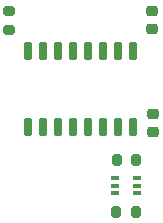
<source format=gbr>
%TF.GenerationSoftware,KiCad,Pcbnew,(6.0.1-0)*%
%TF.CreationDate,2022-02-08T22:41:06+01:00*%
%TF.ProjectId,muVox_programmer,6d75566f-785f-4707-926f-6772616d6d65,rev?*%
%TF.SameCoordinates,Original*%
%TF.FileFunction,Paste,Top*%
%TF.FilePolarity,Positive*%
%FSLAX46Y46*%
G04 Gerber Fmt 4.6, Leading zero omitted, Abs format (unit mm)*
G04 Created by KiCad (PCBNEW (6.0.1-0)) date 2022-02-08 22:41:06*
%MOMM*%
%LPD*%
G01*
G04 APERTURE LIST*
G04 Aperture macros list*
%AMRoundRect*
0 Rectangle with rounded corners*
0 $1 Rounding radius*
0 $2 $3 $4 $5 $6 $7 $8 $9 X,Y pos of 4 corners*
0 Add a 4 corners polygon primitive as box body*
4,1,4,$2,$3,$4,$5,$6,$7,$8,$9,$2,$3,0*
0 Add four circle primitives for the rounded corners*
1,1,$1+$1,$2,$3*
1,1,$1+$1,$4,$5*
1,1,$1+$1,$6,$7*
1,1,$1+$1,$8,$9*
0 Add four rect primitives between the rounded corners*
20,1,$1+$1,$2,$3,$4,$5,0*
20,1,$1+$1,$4,$5,$6,$7,0*
20,1,$1+$1,$6,$7,$8,$9,0*
20,1,$1+$1,$8,$9,$2,$3,0*%
G04 Aperture macros list end*
%ADD10RoundRect,0.150000X-0.150000X0.650000X-0.150000X-0.650000X0.150000X-0.650000X0.150000X0.650000X0*%
%ADD11R,0.650000X0.400000*%
%ADD12RoundRect,0.225000X0.250000X-0.225000X0.250000X0.225000X-0.250000X0.225000X-0.250000X-0.225000X0*%
%ADD13RoundRect,0.200000X0.275000X-0.200000X0.275000X0.200000X-0.275000X0.200000X-0.275000X-0.200000X0*%
%ADD14RoundRect,0.200000X0.200000X0.275000X-0.200000X0.275000X-0.200000X-0.275000X0.200000X-0.275000X0*%
%ADD15RoundRect,0.200000X-0.200000X-0.275000X0.200000X-0.275000X0.200000X0.275000X-0.200000X0.275000X0*%
G04 APERTURE END LIST*
D10*
%TO.C,U1*%
X142113000Y-58726000D03*
X140843000Y-58726000D03*
X139573000Y-58726000D03*
X138303000Y-58726000D03*
X137033000Y-58726000D03*
X135763000Y-58726000D03*
X134493000Y-58726000D03*
X133223000Y-58726000D03*
X133223000Y-65226000D03*
X134493000Y-65226000D03*
X135763000Y-65226000D03*
X137033000Y-65226000D03*
X138303000Y-65226000D03*
X139573000Y-65226000D03*
X140843000Y-65226000D03*
X142113000Y-65226000D03*
%TD*%
D11*
%TO.C,Q1*%
X142492000Y-70804800D03*
X142492000Y-70154800D03*
X142492000Y-69504800D03*
X140592000Y-69504800D03*
X140592000Y-70154800D03*
X140592000Y-70804800D03*
%TD*%
D12*
%TO.C,C2*%
X143865600Y-65595800D03*
X143865600Y-64045800D03*
%TD*%
D13*
%TO.C,R1*%
X131673600Y-57009800D03*
X131673600Y-55359800D03*
%TD*%
D12*
%TO.C,C1*%
X143764000Y-56896000D03*
X143764000Y-55346000D03*
%TD*%
D14*
%TO.C,R2*%
X142417800Y-67970400D03*
X140767800Y-67970400D03*
%TD*%
D15*
%TO.C,R3*%
X140717000Y-72390000D03*
X142367000Y-72390000D03*
%TD*%
M02*

</source>
